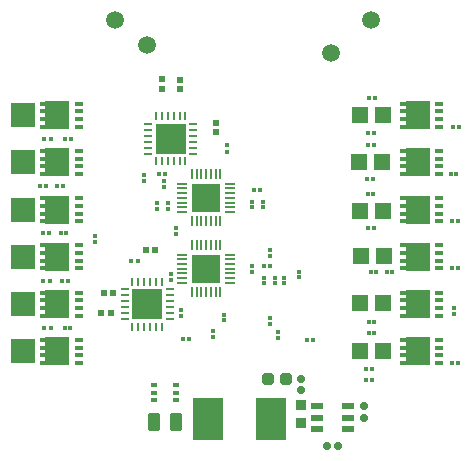
<source format=gbr>
%TF.GenerationSoftware,KiCad,Pcbnew,9.0.6*%
%TF.CreationDate,2025-12-26T21:42:16+01:00*%
%TF.ProjectId,esc,6573632e-6b69-4636-9164-5f7063625858,rev?*%
%TF.SameCoordinates,Original*%
%TF.FileFunction,Soldermask,Bot*%
%TF.FilePolarity,Negative*%
%FSLAX46Y46*%
G04 Gerber Fmt 4.6, Leading zero omitted, Abs format (unit mm)*
G04 Created by KiCad (PCBNEW 9.0.6) date 2025-12-26 21:42:16*
%MOMM*%
%LPD*%
G01*
G04 APERTURE LIST*
G04 Aperture macros list*
%AMRoundRect*
0 Rectangle with rounded corners*
0 $1 Rounding radius*
0 $2 $3 $4 $5 $6 $7 $8 $9 X,Y pos of 4 corners*
0 Add a 4 corners polygon primitive as box body*
4,1,4,$2,$3,$4,$5,$6,$7,$8,$9,$2,$3,0*
0 Add four circle primitives for the rounded corners*
1,1,$1+$1,$2,$3*
1,1,$1+$1,$4,$5*
1,1,$1+$1,$6,$7*
1,1,$1+$1,$8,$9*
0 Add four rect primitives between the rounded corners*
20,1,$1+$1,$2,$3,$4,$5,0*
20,1,$1+$1,$4,$5,$6,$7,0*
20,1,$1+$1,$6,$7,$8,$9,0*
20,1,$1+$1,$8,$9,$2,$3,0*%
G04 Aperture macros list end*
%ADD10R,2.100000X2.400000*%
%ADD11R,0.800000X0.400000*%
%ADD12R,2.000000X2.000000*%
%ADD13R,0.860000X0.810000*%
%ADD14RoundRect,0.159000X-0.159000X-0.189000X0.159000X-0.189000X0.159000X0.189000X-0.159000X0.189000X0*%
%ADD15R,0.600000X0.500000*%
%ADD16C,1.500000*%
%ADD17R,0.300000X0.320000*%
%ADD18R,0.370000X0.320000*%
%ADD19R,0.320000X0.300000*%
%ADD20R,0.200000X0.850000*%
%ADD21R,0.850000X0.200000*%
%ADD22R,2.400000X2.400000*%
%ADD23R,0.500000X0.600000*%
%ADD24RoundRect,0.269000X0.269000X0.494000X-0.269000X0.494000X-0.269000X-0.494000X0.269000X-0.494000X0*%
%ADD25R,0.320000X0.370000*%
%ADD26R,0.280000X0.660000*%
%ADD27R,0.660000X0.280000*%
%ADD28R,2.550000X2.550000*%
%ADD29R,1.410000X1.350000*%
%ADD30R,2.530000X3.670000*%
%ADD31RoundRect,0.244000X0.244000X0.269000X-0.244000X0.269000X-0.244000X-0.269000X0.244000X-0.269000X0*%
%ADD32RoundRect,0.159000X-0.189000X0.159000X-0.189000X-0.159000X0.189000X-0.159000X0.189000X0.159000X0*%
%ADD33R,1.100000X0.600000*%
%ADD34R,0.600000X0.420000*%
G04 APERTURE END LIST*
D10*
%TO.C,Q8*%
X138600000Y-108500000D03*
D11*
X137450000Y-107520000D03*
X137450000Y-108170000D03*
X137450000Y-108830000D03*
X137450000Y-109480000D03*
X140450000Y-109480000D03*
X140450000Y-108830000D03*
X140450000Y-108180000D03*
X140450000Y-107520000D03*
%TD*%
D12*
%TO.C,U6*%
X135700000Y-108500000D03*
%TD*%
D10*
%TO.C,Q12*%
X138600000Y-104500000D03*
D11*
X137450000Y-103520000D03*
X137450000Y-104170000D03*
X137450000Y-104830000D03*
X137450000Y-105480000D03*
X140450000Y-105480000D03*
X140450000Y-104830000D03*
X140450000Y-104180000D03*
X140450000Y-103520000D03*
%TD*%
D12*
%TO.C,U10*%
X135700000Y-104500000D03*
%TD*%
D13*
%TO.C,R88*%
X159200000Y-118550000D03*
X159200000Y-117050000D03*
%TD*%
D14*
%TO.C,C37*%
X161400000Y-120500000D03*
X162400000Y-120500000D03*
%TD*%
D15*
%TO.C,D8*%
X148950000Y-90300000D03*
X148950000Y-89500000D03*
%TD*%
D16*
%TO.C,SWD3*%
X165125000Y-84400000D03*
%TD*%
D17*
%TO.C,R19*%
X165440000Y-110900000D03*
X164960000Y-110900000D03*
%TD*%
D18*
%TO.C,C26*%
X137105000Y-98500000D03*
X137645000Y-98500000D03*
%TD*%
D19*
%TO.C,R8*%
X156600000Y-109660000D03*
X156600000Y-110140000D03*
%TD*%
D20*
%TO.C,U11*%
X152400000Y-101500000D03*
X152000000Y-101500000D03*
X151600000Y-101500000D03*
X151200000Y-101500000D03*
X150800000Y-101500000D03*
X150400000Y-101500000D03*
X150000000Y-101500000D03*
D21*
X149200000Y-100700000D03*
X149200000Y-100300000D03*
X149200000Y-99900000D03*
X149200000Y-99500000D03*
X149200000Y-99100000D03*
X149200000Y-98700000D03*
X149200000Y-98300000D03*
D20*
X150000000Y-97500000D03*
X150400000Y-97500000D03*
X150800000Y-97500000D03*
X151200000Y-97500000D03*
X151600000Y-97500000D03*
X152000000Y-97500000D03*
X152400000Y-97500000D03*
D21*
X153200000Y-98300000D03*
X153200000Y-98700000D03*
X153200000Y-99100000D03*
X153200000Y-99500000D03*
X153200000Y-99900000D03*
X153200000Y-100300000D03*
X153200000Y-100700000D03*
D22*
X151200000Y-99500000D03*
%TD*%
D18*
%TO.C,C18*%
X137405000Y-106500000D03*
X137945000Y-106500000D03*
%TD*%
D19*
%TO.C,R11*%
X155100000Y-105740000D03*
X155100000Y-105260000D03*
%TD*%
D23*
%TO.C,D6*%
X143125000Y-109275000D03*
X142325000Y-109275000D03*
%TD*%
D24*
%TO.C,C50*%
X148650000Y-118500000D03*
X146750000Y-118500000D03*
%TD*%
D11*
%TO.C,Q23*%
X170950000Y-91520000D03*
X170950000Y-92180000D03*
X170950000Y-92830000D03*
X170950000Y-93480000D03*
X167950000Y-93480000D03*
X167950000Y-92830000D03*
X167950000Y-92170000D03*
X167950000Y-91520000D03*
D10*
X169100000Y-92500000D03*
%TD*%
D25*
%TO.C,C14*%
X149075000Y-108955000D03*
X149075000Y-109495000D03*
%TD*%
D26*
%TO.C,U12*%
X149450000Y-96410000D03*
X148950000Y-96410000D03*
X148450000Y-96410000D03*
X147950000Y-96410000D03*
X147450000Y-96410000D03*
X146950000Y-96410000D03*
D27*
X146290000Y-95750000D03*
X146290000Y-95250000D03*
X146290000Y-94750000D03*
X146290000Y-94250000D03*
X146290000Y-93750000D03*
X146290000Y-93250000D03*
D26*
X146950000Y-92590000D03*
X147450000Y-92590000D03*
X147950000Y-92590000D03*
X148450000Y-92590000D03*
X148950000Y-92590000D03*
X149450000Y-92590000D03*
D27*
X150110000Y-93250000D03*
X150110000Y-93750000D03*
X150110000Y-94250000D03*
X150110000Y-94750000D03*
X150110000Y-95250000D03*
X150110000Y-95750000D03*
D28*
X148200000Y-94500000D03*
%TD*%
D18*
%TO.C,C17*%
X137505000Y-110525000D03*
X138045000Y-110525000D03*
%TD*%
D17*
%TO.C,R80*%
X171910000Y-97475000D03*
X172390000Y-97475000D03*
%TD*%
D11*
%TO.C,Q3*%
X170950000Y-107520000D03*
X170950000Y-108180000D03*
X170950000Y-108830000D03*
X170950000Y-109480000D03*
X167950000Y-109480000D03*
X167950000Y-108830000D03*
X167950000Y-108170000D03*
X167950000Y-107520000D03*
D10*
X169100000Y-108500000D03*
%TD*%
D12*
%TO.C,U13*%
X135700000Y-100500000D03*
%TD*%
D17*
%TO.C,R76*%
X164885000Y-99150000D03*
X165365000Y-99150000D03*
%TD*%
D19*
%TO.C,R46*%
X141750000Y-102735000D03*
X141750000Y-103215000D03*
%TD*%
D29*
%TO.C,C29*%
X164200000Y-92500000D03*
X166200000Y-92500000D03*
%TD*%
D17*
%TO.C,R15*%
X165120000Y-105800000D03*
X165600000Y-105800000D03*
%TD*%
D11*
%TO.C,Q10*%
X140450000Y-111520000D03*
X140450000Y-112180000D03*
X140450000Y-112830000D03*
X140450000Y-113480000D03*
X137450000Y-113480000D03*
X137450000Y-112830000D03*
X137450000Y-112170000D03*
X137450000Y-111520000D03*
D10*
X138600000Y-112500000D03*
%TD*%
D30*
%TO.C,R240*%
X156670000Y-118200000D03*
X151330000Y-118200000D03*
%TD*%
D11*
%TO.C,Q18*%
X140450000Y-91520000D03*
X140450000Y-92180000D03*
X140450000Y-92830000D03*
X140450000Y-93480000D03*
X137450000Y-93480000D03*
X137450000Y-92830000D03*
X137450000Y-92170000D03*
X137450000Y-91520000D03*
D10*
X138600000Y-92500000D03*
%TD*%
D27*
%TO.C,U2*%
X148110000Y-107250000D03*
X148110000Y-107750000D03*
X148110000Y-108250000D03*
X148110000Y-108750000D03*
X148110000Y-109250000D03*
X148110000Y-109750000D03*
D26*
X147450000Y-110410000D03*
X146950000Y-110410000D03*
X146450000Y-110410000D03*
X145950000Y-110410000D03*
X145450000Y-110410000D03*
X144950000Y-110410000D03*
D27*
X144290000Y-109750000D03*
X144290000Y-109250000D03*
X144290000Y-108750000D03*
X144290000Y-108250000D03*
X144290000Y-107750000D03*
X144290000Y-107250000D03*
D26*
X144950000Y-106590000D03*
X145450000Y-106590000D03*
X145950000Y-106590000D03*
X146450000Y-106590000D03*
X146950000Y-106590000D03*
X147450000Y-106590000D03*
D28*
X146200000Y-108500000D03*
%TD*%
D19*
%TO.C,R73*%
X156050000Y-99835000D03*
X156050000Y-100315000D03*
%TD*%
D29*
%TO.C,C1*%
X164300000Y-104400000D03*
X166300000Y-104400000D03*
%TD*%
D11*
%TO.C,Q19*%
X170950000Y-95520000D03*
X170950000Y-96180000D03*
X170950000Y-96830000D03*
X170950000Y-97480000D03*
X167950000Y-97480000D03*
X167950000Y-96830000D03*
X167950000Y-96170000D03*
X167950000Y-95520000D03*
D10*
X169100000Y-96500000D03*
%TD*%
D17*
%TO.C,R20*%
X172060000Y-105400000D03*
X172540000Y-105400000D03*
%TD*%
D19*
%TO.C,R48*%
X147000000Y-99960000D03*
X147000000Y-100440000D03*
%TD*%
D11*
%TO.C,Q1*%
X170950000Y-111520000D03*
X170950000Y-112180000D03*
X170950000Y-112830000D03*
X170950000Y-113480000D03*
X167950000Y-113480000D03*
X167950000Y-112830000D03*
X167950000Y-112170000D03*
X167950000Y-111520000D03*
D10*
X169100000Y-112500000D03*
%TD*%
D18*
%TO.C,C31*%
X155255000Y-98800000D03*
X155795000Y-98800000D03*
%TD*%
D17*
%TO.C,R16*%
X172060000Y-113500000D03*
X172540000Y-113500000D03*
%TD*%
D31*
%TO.C,C38*%
X157980000Y-114800000D03*
X156420000Y-114800000D03*
%TD*%
D11*
%TO.C,Q14*%
X140450000Y-95520000D03*
X140450000Y-96180000D03*
X140450000Y-96830000D03*
X140450000Y-97480000D03*
X137450000Y-97480000D03*
X137450000Y-96830000D03*
X137450000Y-96170000D03*
X137450000Y-95520000D03*
D10*
X138600000Y-96500000D03*
%TD*%
D19*
%TO.C,R74*%
X155075000Y-99810000D03*
X155075000Y-100290000D03*
%TD*%
%TO.C,R47*%
X145975000Y-98040000D03*
X145975000Y-97560000D03*
%TD*%
D17*
%TO.C,R3*%
X160240000Y-111500000D03*
X159760000Y-111500000D03*
%TD*%
D19*
%TO.C,R49*%
X147675000Y-98110000D03*
X147675000Y-98590000D03*
%TD*%
D25*
%TO.C,C15*%
X148200000Y-105930000D03*
X148200000Y-106470000D03*
%TD*%
D17*
%TO.C,R23*%
X139235000Y-110525000D03*
X139715000Y-110525000D03*
%TD*%
D18*
%TO.C,C16*%
X145420000Y-104875000D03*
X144880000Y-104875000D03*
%TD*%
D11*
%TO.C,Q16*%
X140450000Y-99520000D03*
X140450000Y-100180000D03*
X140450000Y-100830000D03*
X140450000Y-101480000D03*
X137450000Y-101480000D03*
X137450000Y-100830000D03*
X137450000Y-100170000D03*
X137450000Y-99520000D03*
D10*
X138600000Y-100500000D03*
%TD*%
D17*
%TO.C,R81*%
X165415000Y-102050000D03*
X164935000Y-102050000D03*
%TD*%
D19*
%TO.C,R7*%
X159100000Y-105760000D03*
X159100000Y-106240000D03*
%TD*%
D23*
%TO.C,D5*%
X143325000Y-107550000D03*
X142525000Y-107550000D03*
%TD*%
D29*
%TO.C,C3*%
X164200000Y-108400000D03*
X166200000Y-108400000D03*
%TD*%
D18*
%TO.C,C4*%
X156080000Y-105300000D03*
X156620000Y-105300000D03*
%TD*%
D19*
%TO.C,R30*%
X151775000Y-111290000D03*
X151775000Y-110810000D03*
%TD*%
D17*
%TO.C,R79*%
X172010000Y-101425000D03*
X172490000Y-101425000D03*
%TD*%
%TO.C,R84*%
X172095000Y-93475000D03*
X172575000Y-93475000D03*
%TD*%
D29*
%TO.C,C2*%
X164200000Y-112500000D03*
X166200000Y-112500000D03*
%TD*%
D18*
%TO.C,C27*%
X137505000Y-94475000D03*
X138045000Y-94475000D03*
%TD*%
D19*
%TO.C,R4*%
X156100000Y-106740000D03*
X156100000Y-106260000D03*
%TD*%
%TO.C,R9*%
X157300000Y-111340000D03*
X157300000Y-110860000D03*
%TD*%
%TO.C,R18*%
X172200000Y-109340000D03*
X172200000Y-108860000D03*
%TD*%
D17*
%TO.C,R21*%
X166980000Y-105800000D03*
X166500000Y-105800000D03*
%TD*%
D29*
%TO.C,C28*%
X164125000Y-96500000D03*
X166125000Y-96500000D03*
%TD*%
D17*
%TO.C,R17*%
X165240000Y-114900000D03*
X164760000Y-114900000D03*
%TD*%
D11*
%TO.C,Q21*%
X170950000Y-99520000D03*
X170950000Y-100180000D03*
X170950000Y-100830000D03*
X170950000Y-101480000D03*
X167950000Y-101480000D03*
X167950000Y-100830000D03*
X167950000Y-100170000D03*
X167950000Y-99520000D03*
D10*
X169100000Y-100500000D03*
%TD*%
D32*
%TO.C,R86*%
X159200000Y-114800000D03*
X159200000Y-115800000D03*
%TD*%
D19*
%TO.C,R29*%
X152675000Y-109385000D03*
X152675000Y-109865000D03*
%TD*%
D18*
%TO.C,C25*%
X137355000Y-102500000D03*
X137895000Y-102500000D03*
%TD*%
D19*
%TO.C,R6*%
X157000000Y-106740000D03*
X157000000Y-106260000D03*
%TD*%
D17*
%TO.C,R77*%
X164860000Y-97925000D03*
X165340000Y-97925000D03*
%TD*%
D32*
%TO.C,R85*%
X164600000Y-117100000D03*
X164600000Y-118100000D03*
%TD*%
D17*
%TO.C,R43*%
X139260000Y-94500000D03*
X139740000Y-94500000D03*
%TD*%
D29*
%TO.C,C30*%
X164200000Y-100575000D03*
X166200000Y-100575000D03*
%TD*%
D17*
%TO.C,R78*%
X164985000Y-91025000D03*
X165465000Y-91025000D03*
%TD*%
D16*
%TO.C,SWC1*%
X146225000Y-86550000D03*
%TD*%
D17*
%TO.C,R82*%
X165415000Y-95000000D03*
X164935000Y-95000000D03*
%TD*%
D16*
%TO.C,SWC3*%
X161800000Y-87275000D03*
%TD*%
D15*
%TO.C,D7*%
X152075000Y-93950000D03*
X152075000Y-93150000D03*
%TD*%
D19*
%TO.C,R5*%
X157800000Y-106740000D03*
X157800000Y-106260000D03*
%TD*%
D17*
%TO.C,R83*%
X165390000Y-93975000D03*
X164910000Y-93975000D03*
%TD*%
D33*
%TO.C,U21*%
X160550000Y-119050000D03*
X160550000Y-118100000D03*
X160550000Y-117150000D03*
X163250000Y-117150000D03*
X163250000Y-118100000D03*
X163250000Y-119050000D03*
%TD*%
D21*
%TO.C,U1*%
X153200000Y-104300000D03*
X153200000Y-104700000D03*
X153200000Y-105100000D03*
X153200000Y-105500000D03*
X153200000Y-105900000D03*
X153200000Y-106300000D03*
X153200000Y-106700000D03*
D20*
X152400000Y-107500000D03*
X152000000Y-107500000D03*
X151600000Y-107500000D03*
X151200000Y-107500000D03*
X150800000Y-107500000D03*
X150400000Y-107500000D03*
X150000000Y-107500000D03*
D21*
X149200000Y-106700000D03*
X149200000Y-106300000D03*
X149200000Y-105900000D03*
X149200000Y-105500000D03*
X149200000Y-105100000D03*
X149200000Y-104700000D03*
X149200000Y-104300000D03*
D20*
X150000000Y-103500000D03*
X150400000Y-103500000D03*
X150800000Y-103500000D03*
X151200000Y-103500000D03*
X151600000Y-103500000D03*
X152000000Y-103500000D03*
X152400000Y-103500000D03*
D22*
X151200000Y-105500000D03*
%TD*%
D18*
%TO.C,C23*%
X147720000Y-97450000D03*
X147180000Y-97450000D03*
%TD*%
D17*
%TO.C,R22*%
X138985000Y-106550000D03*
X139465000Y-106550000D03*
%TD*%
D25*
%TO.C,C24*%
X152975000Y-95055000D03*
X152975000Y-95595000D03*
%TD*%
D15*
%TO.C,D9*%
X147450000Y-90275000D03*
X147450000Y-89475000D03*
%TD*%
D17*
%TO.C,R45*%
X138895000Y-102500000D03*
X139375000Y-102500000D03*
%TD*%
%TO.C,R14*%
X164960000Y-110000000D03*
X165440000Y-110000000D03*
%TD*%
%TO.C,R24*%
X149285000Y-111475000D03*
X149765000Y-111475000D03*
%TD*%
D34*
%TO.C,U24*%
X146750000Y-116650000D03*
X146750000Y-116000000D03*
X146750000Y-115350000D03*
X148650000Y-115350000D03*
X148650000Y-116000000D03*
X148650000Y-116650000D03*
%TD*%
D23*
%TO.C,D4*%
X146100000Y-103875000D03*
X146900000Y-103875000D03*
%TD*%
D19*
%TO.C,R50*%
X147950000Y-99960000D03*
X147950000Y-100440000D03*
%TD*%
D12*
%TO.C,U14*%
X135700000Y-96500000D03*
%TD*%
%TO.C,U5*%
X135700000Y-112500000D03*
%TD*%
D19*
%TO.C,R51*%
X148625000Y-102565000D03*
X148625000Y-102085000D03*
%TD*%
D11*
%TO.C,Q5*%
X170950000Y-103520000D03*
X170950000Y-104180000D03*
X170950000Y-104830000D03*
X170950000Y-105480000D03*
X167950000Y-105480000D03*
X167950000Y-104830000D03*
X167950000Y-104170000D03*
X167950000Y-103520000D03*
D10*
X169100000Y-104500000D03*
%TD*%
D16*
%TO.C,SWD1*%
X143475000Y-84450000D03*
%TD*%
D17*
%TO.C,R13*%
X164760000Y-114000000D03*
X165240000Y-114000000D03*
%TD*%
%TO.C,R44*%
X138610000Y-98500000D03*
X139090000Y-98500000D03*
%TD*%
D12*
%TO.C,U15*%
X135700000Y-92500000D03*
%TD*%
D19*
%TO.C,R10*%
X156600000Y-104415000D03*
X156600000Y-103935000D03*
%TD*%
M02*

</source>
